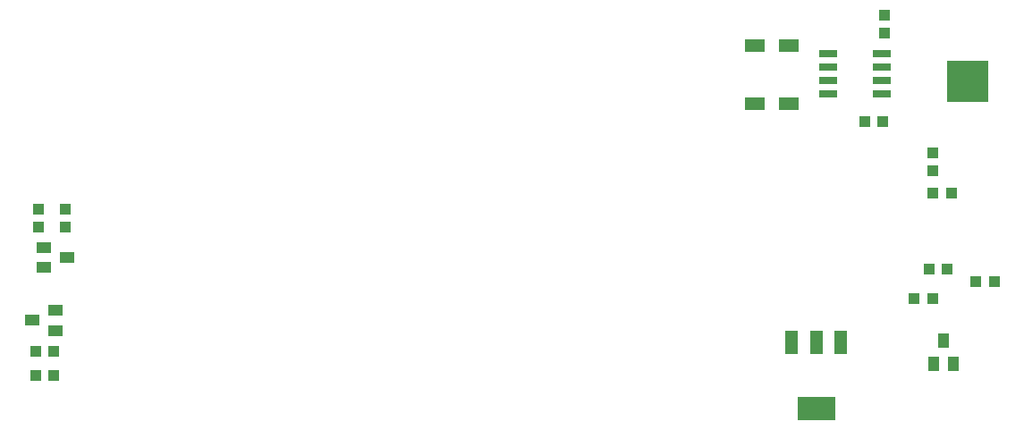
<source format=gbr>
G04 EAGLE Gerber X2 export*
%TF.Part,Single*%
%TF.FileFunction,Paste,Bot*%
%TF.FilePolarity,Positive*%
%TF.GenerationSoftware,Autodesk,EAGLE,8.6.0*%
%TF.CreationDate,2018-02-22T08:32:46Z*%
G75*
%MOMM*%
%FSLAX34Y34*%
%LPD*%
%AMOC8*
5,1,8,0,0,1.08239X$1,22.5*%
G01*
%ADD10R,1.100000X1.000000*%
%ADD11R,1.000000X1.100000*%
%ADD12R,1.780000X0.720000*%
%ADD13R,3.960000X3.960000*%
%ADD14R,1.400000X1.000000*%
%ADD15R,1.000000X1.400000*%
%ADD16R,1.219200X2.235200*%
%ADD17R,3.600000X2.200000*%
%ADD18R,1.900000X1.300000*%


D10*
X859400Y561340D03*
X842400Y561340D03*
D11*
X924170Y494030D03*
X907170Y494030D03*
X947810Y410210D03*
X964810Y410210D03*
D10*
X906780Y514740D03*
X906780Y531740D03*
X861060Y645550D03*
X861060Y662550D03*
X85090Y461400D03*
X85090Y478400D03*
X59690Y461400D03*
X59690Y478400D03*
D11*
X74540Y344170D03*
X57540Y344170D03*
X57540Y321310D03*
X74540Y321310D03*
X889390Y393700D03*
X906390Y393700D03*
X920360Y421640D03*
X903360Y421640D03*
D12*
X807688Y588010D03*
X858552Y588010D03*
X807688Y600710D03*
X807688Y613410D03*
X858552Y600710D03*
X858552Y613410D03*
X807688Y626110D03*
X858552Y626110D03*
D13*
X939800Y599440D03*
D14*
X87200Y433070D03*
X65200Y442570D03*
X65200Y423570D03*
X53770Y373380D03*
X75770Y363880D03*
X75770Y382880D03*
D15*
X916940Y353900D03*
X907440Y331900D03*
X926440Y331900D03*
D16*
X773176Y352298D03*
X796290Y352298D03*
X819404Y352298D03*
D17*
X796290Y290320D03*
D18*
X770380Y633290D03*
X770380Y578290D03*
X738380Y578290D03*
X738380Y633290D03*
M02*

</source>
